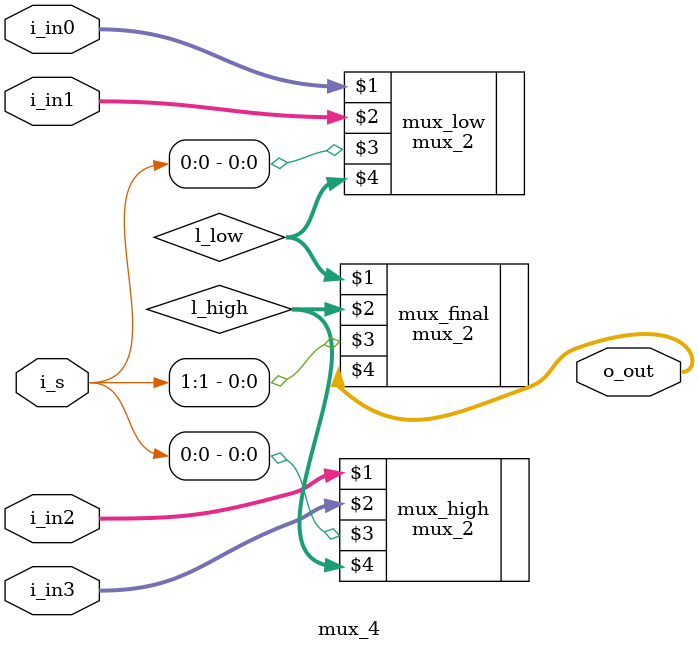
<source format=sv>
/**
 * Multiplexer with four inputs.
 *
 * @param i_in0 first input.
 * @param i_in1 second input.
 * @param i_in2 third input.
 * @param i_in3 fourth input.
 * @param i_s control signal,
              if 00: in0 is output.
              if 01: in1 is output.
              if 10: in2 is output.
              if 11: in3 is output.
 * @param o_out output.
 **/
module mux_4 #(parameter N=64) ( input  logic [N-1:0] i_in0,
                                                      i_in1,
                                                      i_in2,
                                                      i_in3,
                                 input  logic [1:0]   i_s,
                                 output logic [N-1:0] o_out );
  logic [N-1:0] l_low, l_high;

  mux_2 #(N) mux_low( i_in0,
                      i_in1,
                      i_s[0],
                      l_low );

  mux_2 #(N) mux_high( i_in2,
                       i_in3,
                       i_s[0],
                       l_high );

  mux_2 #(N) mux_final( l_low,
                        l_high,
                        i_s[1],
                        o_out );
endmodule
</source>
